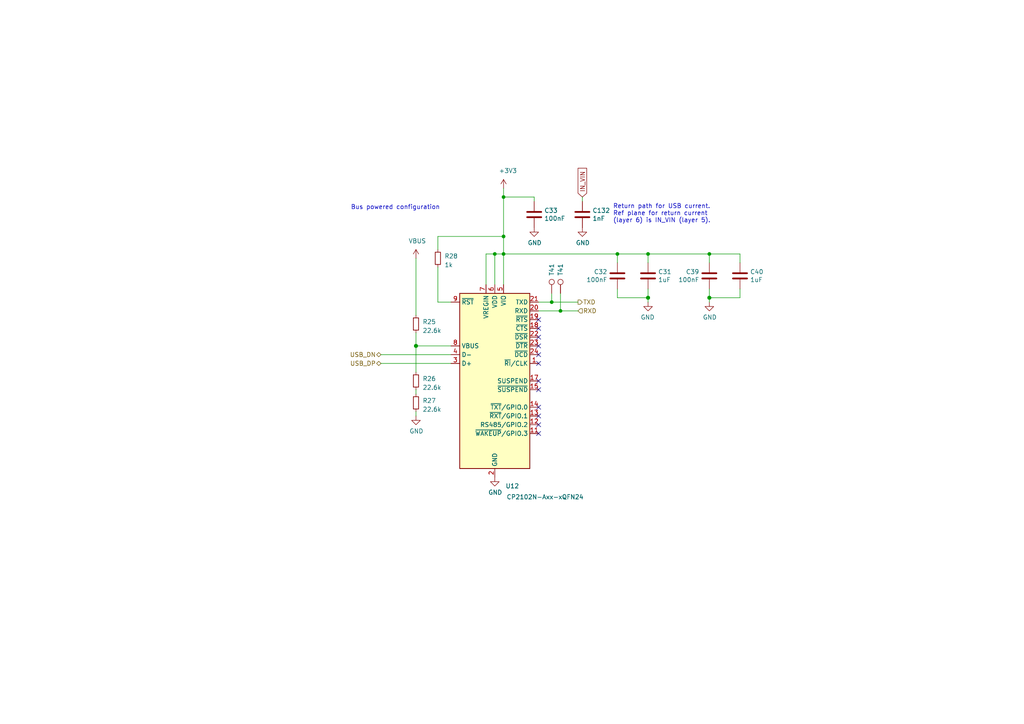
<source format=kicad_sch>
(kicad_sch (version 20230819) (generator eeschema)
  (paper "A4")
  (lib_symbols
    (symbol "Connector:TestPoint" (pin_numbers hide) (pin_names (offset 0.762) hide)
      (property "Reference" "TP" (at 0 6.858 0))
      (property "Value" "TestPoint" (at 0 5.08 0))
      (symbol "TestPoint_0_1"
        (circle (center 0 3.302) (radius 0.762))
      )
      (symbol "TestPoint_1_1"
        (pin passive line (at 0 0 90) (length 2.54) (name "1") (number "1"))
      )
    )
    (symbol "Device:C" (pin_numbers hide) (pin_names (offset 0.254))
      (property "Reference" "C" (at 0.635 2.54 0))
      (property "Value" "C" (at 0.635 -2.54 0))
      (symbol "C_0_1"
        (polyline (pts (xy -2.032 -0.762) (xy 2.032 -0.762)) (stroke (width 0.508)))
        (polyline (pts (xy -2.032 0.762) (xy 2.032 0.762)) (stroke (width 0.508)))
      )
      (symbol "C_1_1"
        (pin passive line (at 0 3.81 270) (length 2.794) (name "~") (number "1"))
        (pin passive line (at 0 -3.81 90) (length 2.794) (name "~") (number "2"))
      )
    )
    (symbol "Device:R_Small" (pin_numbers hide) (pin_names (offset 0.254) hide)
      (property "Reference" "R" (at 0.762 0.508 0))
      (property "Value" "R_Small" (at 0.762 -1.016 0))
      (symbol "R_Small_0_1"
        (rectangle (start -0.762 1.778) (end 0.762 -1.778) (stroke (width 0.2032)))
      )
      (symbol "R_Small_1_1"
        (pin passive line (at 0 2.54 270) (length 0.762) (name "~") (number "1"))
        (pin passive line (at 0 -2.54 90) (length 0.762) (name "~") (number "2"))
      )
    )
    (symbol "Interface_USB:CP2102N-Axx-xQFN24"
      (property "Reference" "U" (at -8.89 26.67 0))
      (property "Value" "CP2102N-Axx-xQFN24" (at 13.97 26.67 0))
      (symbol "CP2102N-Axx-xQFN24_0_1"
        (rectangle (start -10.16 25.4) (end 10.16 -25.4) (stroke (width 0.254)) (fill (type background)))
      )
      (symbol "CP2102N-Axx-xQFN24_1_1"
        (pin bidirectional line (at 12.7 5.08 180) (length 2.54) (name "~{RI}/CLK") (number "1"))
        (pin no_connect line (at -10.16 -22.86 0) (length 2.54) hide (name "NC") (number "10"))
        (pin bidirectional line (at 12.7 -15.24 180) (length 2.54) (name "~{WAKEUP}/GPIO.3") (number "11"))
        (pin bidirectional line (at 12.7 -12.7 180) (length 2.54) (name "RS485/GPIO.2") (number "12"))
        (pin bidirectional line (at 12.7 -10.16 180) (length 2.54) (name "~{RXT}/GPIO.1") (number "13"))
        (pin bidirectional line (at 12.7 -7.62 180) (length 2.54) (name "~{TXT}/GPIO.0") (number "14"))
        (pin output line (at 12.7 -2.54 180) (length 2.54) (name "~{SUSPEND}") (number "15"))
        (pin no_connect line (at 10.16 -22.86 180) (length 2.54) hide (name "NC") (number "16"))
        (pin output line (at 12.7 0 180) (length 2.54) (name "SUSPEND") (number "17"))
        (pin input line (at 12.7 15.24 180) (length 2.54) (name "~{CTS}") (number "18"))
        (pin output line (at 12.7 17.78 180) (length 2.54) (name "~{RTS}") (number "19"))
        (pin power_in line (at 0 -27.94 90) (length 2.54) (name "GND") (number "2"))
        (pin input line (at 12.7 20.32 180) (length 2.54) (name "RXD") (number "20"))
        (pin output line (at 12.7 22.86 180) (length 2.54) (name "TXD") (number "21"))
        (pin input line (at 12.7 12.7 180) (length 2.54) (name "~{DSR}") (number "22"))
        (pin output line (at 12.7 10.16 180) (length 2.54) (name "~{DTR}") (number "23"))
        (pin input line (at 12.7 7.62 180) (length 2.54) (name "~{DCD}") (number "24"))
        (pin passive line (at 0 -27.94 90) (length 2.54) hide (name "GND") (number "25"))
        (pin bidirectional line (at -12.7 5.08 0) (length 2.54) (name "D+") (number "3"))
        (pin bidirectional line (at -12.7 7.62 0) (length 2.54) (name "D-") (number "4"))
        (pin power_in line (at 2.54 27.94 270) (length 2.54) (name "VIO") (number "5"))
        (pin power_in line (at 0 27.94 270) (length 2.54) (name "VDD") (number "6"))
        (pin power_in line (at -2.54 27.94 270) (length 2.54) (name "VREGIN") (number "7"))
        (pin input line (at -12.7 10.16 0) (length 2.54) (name "VBUS") (number "8"))
        (pin input line (at -12.7 22.86 0) (length 2.54) (name "~{RST}") (number "9"))
      )
    )
    (symbol "power:+3V3" (power) (pin_names (offset 0))
      (property "Value" "+3V3" (at 0 3.556 0))
      (symbol "+3V3_0_1"
        (polyline (pts (xy -0.762 1.27) (xy 0 2.54)))
        (polyline (pts (xy 0 0) (xy 0 2.54)))
        (polyline (pts (xy 0 2.54) (xy 0.762 1.27)))
      )
      (symbol "+3V3_1_1"
        (pin power_in line (at 0 0 90) (length 0) hide (name "+3V3") (number "1"))
      )
    )
    (symbol "power:GND" (power) (pin_names (offset 0))
      (property "Value" "GND" (at 0 -3.81 0))
      (symbol "GND_0_1"
        (polyline (pts (xy 0 0) (xy 0 -1.27) (xy 1.27 -1.27) (xy 0 -2.54) (xy -1.27 -1.27) (xy 0 -1.27)))
      )
      (symbol "GND_1_1"
        (pin power_in line (at 0 0 270) (length 0) hide (name "GND") (number "1"))
      )
    )
    (symbol "power:VBUS" (power) (pin_names (offset 0))
      (property "Value" "VBUS" (at 0 3.81 0))
      (symbol "VBUS_0_1"
        (polyline (pts (xy -0.762 1.27) (xy 0 2.54)))
        (polyline (pts (xy 0 0) (xy 0 2.54)))
        (polyline (pts (xy 0 2.54) (xy 0.762 1.27)))
      )
      (symbol "VBUS_1_1"
        (pin power_in line (at 0 0 90) (length 0) hide (name "VBUS") (number "1"))
      )
    )
  )
  (junction (at 179.07 73.66))
  (junction (at 146.05 57.15))
  (junction (at 187.96 73.66))
  (junction (at 187.96 86.36) (diameter 1.016))
  (junction (at 162.56 90.17))
  (junction (at 205.74 86.36) (diameter 1.016))
  (junction (at 146.05 68.58))
  (junction (at 120.65 100.33) (diameter 1.016))
  (junction (at 160.02 87.63))
  (junction (at 143.51 73.66))
  (junction (at 205.74 73.66))
  (junction (at 146.05 73.66))
  (no_connect (at 156.21 105.41))
  (no_connect (at 156.21 110.49))
  (no_connect (at 156.21 113.03))
  (no_connect (at 156.21 118.11))
  (no_connect (at 156.21 120.65))
  (no_connect (at 156.21 123.19))
  (no_connect (at 156.21 125.73))
  (no_connect (at 156.21 92.71))
  (no_connect (at 156.21 95.25))
  (no_connect (at 156.21 97.79))
  (no_connect (at 156.21 100.33))
  (no_connect (at 156.21 102.87))
  (wire (pts (xy 146.05 57.15) (xy 154.94 57.15)))
  (wire (pts (xy 160.02 85.09) (xy 160.02 87.63)))
  (wire (pts (xy 140.97 73.66) (xy 143.51 73.66)))
  (wire (pts (xy 143.51 73.66) (xy 143.51 82.55)))
  (wire (pts (xy 110.49 105.41) (xy 130.81 105.41)))
  (wire (pts (xy 127 77.47) (xy 127 87.63)))
  (wire (pts (xy 162.56 85.09) (xy 162.56 90.17)))
  (wire (pts (xy 168.91 57.15) (xy 168.91 58.42)))
  (wire (pts (xy 146.05 54.61) (xy 146.05 57.15)))
  (wire (pts (xy 156.21 90.17) (xy 162.56 90.17)))
  (wire (pts (xy 160.02 87.63) (xy 167.64 87.63)))
  (wire (pts (xy 130.81 87.63) (xy 127 87.63)))
  (wire (pts (xy 120.65 74.93) (xy 120.65 91.44)))
  (wire (pts (xy 187.96 73.66) (xy 205.74 73.66)))
  (wire (pts (xy 156.21 87.63) (xy 160.02 87.63)))
  (wire (pts (xy 143.51 73.66) (xy 146.05 73.66)))
  (wire (pts (xy 205.74 83.82) (xy 205.74 86.36)))
  (wire (pts (xy 205.74 86.36) (xy 205.74 87.63)))
  (wire (pts (xy 214.63 76.2) (xy 214.63 73.66)))
  (wire (pts (xy 162.56 90.17) (xy 167.64 90.17)))
  (wire (pts (xy 154.94 58.42) (xy 154.94 57.15)))
  (wire (pts (xy 187.96 87.63) (xy 187.96 86.36)))
  (wire (pts (xy 140.97 73.66) (xy 140.97 82.55)))
  (wire (pts (xy 120.65 119.38) (xy 120.65 120.65)))
  (wire (pts (xy 187.96 73.66) (xy 179.07 73.66)))
  (wire (pts (xy 187.96 86.36) (xy 187.96 83.82)))
  (wire (pts (xy 179.07 73.66) (xy 179.07 76.2)))
  (wire (pts (xy 146.05 73.66) (xy 146.05 82.55)))
  (wire (pts (xy 187.96 86.36) (xy 179.07 86.36)))
  (wire (pts (xy 146.05 57.15) (xy 146.05 68.58)))
  (wire (pts (xy 205.74 73.66) (xy 214.63 73.66)))
  (wire (pts (xy 205.74 76.2) (xy 205.74 73.66)))
  (wire (pts (xy 146.05 68.58) (xy 146.05 73.66)))
  (wire (pts (xy 127 68.58) (xy 146.05 68.58)))
  (wire (pts (xy 127 72.39) (xy 127 68.58)))
  (wire (pts (xy 146.05 73.66) (xy 179.07 73.66)))
  (wire (pts (xy 110.49 102.87) (xy 130.81 102.87)))
  (wire (pts (xy 120.65 107.95) (xy 120.65 100.33)))
  (wire (pts (xy 120.65 96.52) (xy 120.65 100.33)))
  (wire (pts (xy 120.65 100.33) (xy 130.81 100.33)))
  (wire (pts (xy 179.07 86.36) (xy 179.07 83.82)))
  (wire (pts (xy 120.65 113.03) (xy 120.65 114.3)))
  (wire (pts (xy 187.96 73.66) (xy 187.96 76.2)))
  (wire (pts (xy 214.63 83.82) (xy 214.63 86.36)))
  (wire (pts (xy 214.63 86.36) (xy 205.74 86.36)))
  (text "Return path for USB current.\nRef plane for return current \n(layer 6) is IN_VIN (layer 5)." (at 177.8 64.77 0) (effects (font (size 1.27 1.27)) (justify left bottom)))
  (text "Bus powered configuration" (at 127.635 60.96 0) (effects (font (size 1.27 1.27)) (justify right bottom)))
  (global_label "IN_VIN" (shape input) (at 168.91 57.15 90) (property "Intersheetrefs" "${INTERSHEET_REFS}" (effects hide)))
  (hierarchical_label "USB_DP" (shape bidirectional) (at 110.49 105.41 180))
  (hierarchical_label "RXD" (shape input) (at 167.64 90.17 0))
  (hierarchical_label "USB_DN" (shape bidirectional) (at 110.49 102.87 180))
  (hierarchical_label "TXD" (shape output) (at 167.64 87.63 0))
  (symbol (lib_id "Device:R_Small") (at 127 74.93 0) (unit 1)
    (property "Reference" "R28" (at 128.905 74.295 0) (effects (justify left)))
    (property "Value" "1k" (at 128.905 76.835 0) (effects (justify left)))
    (property "Footprint" "Resistor_SMD:R_0402_1005Metric" (effects hide))
  )
  (symbol (lib_id "Device:C") (at 154.94 62.23 0) (unit 1)
    (property "Reference" "C33" (at 157.861 61.0616 0) (effects (justify left)))
    (property "Value" "100nF" (at 157.861 63.373 0) (effects (justify left)))
    (property "Footprint" "Capacitor_SMD:C_0402_1005Metric" (effects hide))
  )
  (symbol (lib_id "power:GND") (at 205.74 87.63 0) (unit 1)
    (property "Reference" "#PWR0163" (effects hide))
    (property "Value" "GND" (at 205.867 92.0242 0))
  )
  (symbol (lib_id "Device:C") (at 168.91 62.23 0) (unit 1)
    (property "Reference" "C132" (at 171.831 61.0616 0) (effects (justify left)))
    (property "Value" "1nF" (at 171.831 63.373 0) (effects (justify left)))
    (property "Footprint" "Capacitor_SMD:C_0402_1005Metric" (effects hide))
  )
  (symbol (lib_id "Device:C") (at 205.74 80.01 0) (mirror y) (unit 1)
    (property "Reference" "C39" (at 202.819 78.8416 0) (effects (justify left)))
    (property "Value" "100nF" (at 202.819 81.153 0) (effects (justify left)))
    (property "Footprint" "Capacitor_SMD:C_0402_1005Metric" (effects hide))
  )
  (symbol (lib_id "power:GND") (at 154.94 66.04 0) (unit 1)
    (property "Reference" "#PWR0168" (effects hide))
    (property "Value" "GND" (at 155.067 70.4342 0))
  )
  (symbol (lib_id "Device:C") (at 179.07 80.01 0) (mirror y) (unit 1)
    (property "Reference" "C32" (at 176.149 78.8416 0) (effects (justify left)))
    (property "Value" "100nF" (at 176.149 81.153 0) (effects (justify left)))
    (property "Footprint" "Capacitor_SMD:C_0402_1005Metric" (effects hide))
  )
  (symbol (lib_id "power:GND") (at 120.65 120.65 0) (unit 1)
    (property "Reference" "#PWR0165" (effects hide))
    (property "Value" "GND" (at 120.777 125.0442 0))
  )
  (symbol (lib_id "Device:R_Small") (at 120.65 110.49 0) (unit 1)
    (property "Reference" "R26" (at 122.555 109.855 0) (effects (justify left)))
    (property "Value" "22.6k" (at 122.555 112.395 0) (effects (justify left)))
    (property "Footprint" "Resistor_SMD:R_0402_1005Metric" (effects hide))
  )
  (symbol (lib_id "Device:R_Small") (at 120.65 93.98 0) (unit 1)
    (property "Reference" "R25" (at 122.555 93.345 0) (effects (justify left)))
    (property "Value" "22.6k" (at 122.555 95.885 0) (effects (justify left)))
    (property "Footprint" "Resistor_SMD:R_0402_1005Metric" (effects hide))
  )
  (symbol (lib_id "power:GND") (at 168.91 66.04 0) (unit 1)
    (property "Reference" "#PWR0169" (effects hide))
    (property "Value" "GND" (at 169.037 70.4342 0))
  )
  (symbol (lib_id "power:GND") (at 187.96 87.63 0) (mirror y) (unit 1)
    (property "Reference" "#PWR0170" (effects hide))
    (property "Value" "GND" (at 187.833 92.0242 0))
  )
  (symbol (lib_id "power:GND") (at 143.51 138.43 0) (unit 1)
    (property "Reference" "#PWR0166" (effects hide))
    (property "Value" "GND" (at 143.637 142.8242 0))
  )
  (symbol (lib_id "Device:C") (at 214.63 80.01 0) (unit 1)
    (property "Reference" "C40" (at 217.551 78.8416 0) (effects (justify left)))
    (property "Value" "1uF" (at 217.551 81.153 0) (effects (justify left)))
    (property "Footprint" "Capacitor_SMD:C_0402_1005Metric" (effects hide))
    (property "Voltage" "6.3V" (effects hide))
  )
  (symbol (lib_id "Connector:TestPoint") (at 160.02 85.09 0) (unit 1)
    (property "Reference" "T41" (at 160.02 80.01 90) (effects (justify left)))
    (property "Value" " " (at 161.29 80.01 90) (effects (justify left)))
    (property "Footprint" "TestPoint:TestPoint_Pad_D1.0mm" (effects hide))
    (instances (project "bugg-main-r5" (path "" (reference "T41") (unit 1)) (path "" (reference "T53") (unit 1))))
  )
  (symbol (lib_id "Device:R_Small") (at 120.65 116.84 0) (unit 1)
    (property "Reference" "R27" (at 122.555 116.205 0) (effects (justify left)))
    (property "Value" "22.6k" (at 122.555 118.745 0) (effects (justify left)))
    (property "Footprint" "Resistor_SMD:R_0402_1005Metric" (effects hide))
  )
  (symbol (lib_id "power:+3V3") (at 146.05 54.61 0) (unit 1)
    (property "Reference" "#PWR0167" (effects hide))
    (property "Value" "+3V3" (at 147.32 49.53 0))
  )
  (symbol (lib_id "Interface_USB:CP2102N-Axx-xQFN24") (at 143.51 110.49 0) (unit 1)
    (property "Reference" "U12" (at 148.59 140.97 0))
    (property "Value" "CP2102N-Axx-xQFN24" (at 158.115 144.145 0))
    (property "Footprint" "Package_DFN_QFN:QFN-24-1EP_4x4mm_P0.5mm_EP2.6x2.6mm" (effects hide))
    (property "Datasheet" "https://www.silabs.com/documents/public/data-sheets/cp2102n-datasheet.pdf" (effects hide))
  )
  (symbol (lib_id "Device:C") (at 187.96 80.01 0) (unit 1)
    (property "Reference" "C31" (at 190.881 78.8416 0) (effects (justify left)))
    (property "Value" "1uF" (at 190.881 81.153 0) (effects (justify left)))
    (property "Footprint" "Capacitor_SMD:C_0402_1005Metric" (effects hide))
    (property "Voltage" "6.3V" (effects hide))
  )
  (symbol (lib_id "power:VBUS") (at 120.65 74.93 0) (unit 1)
    (property "Reference" "#PWR0164" (effects hide))
    (property "Value" "VBUS" (at 121.031 69.9008 0))
  )
  (symbol (lib_id "Connector:TestPoint") (at 162.56 85.09 0) (unit 1)
    (property "Reference" "T41" (at 162.56 80.01 90) (effects (justify left)))
    (property "Value" " " (at 163.83 80.01 90) (effects (justify left)))
    (property "Footprint" "TestPoint:TestPoint_Pad_D1.0mm" (effects hide))
    (instances (project "bugg-main-r5" (path "" (reference "T41") (unit 1)) (path "" (reference "T54") (unit 1))))
  )
)
</source>
